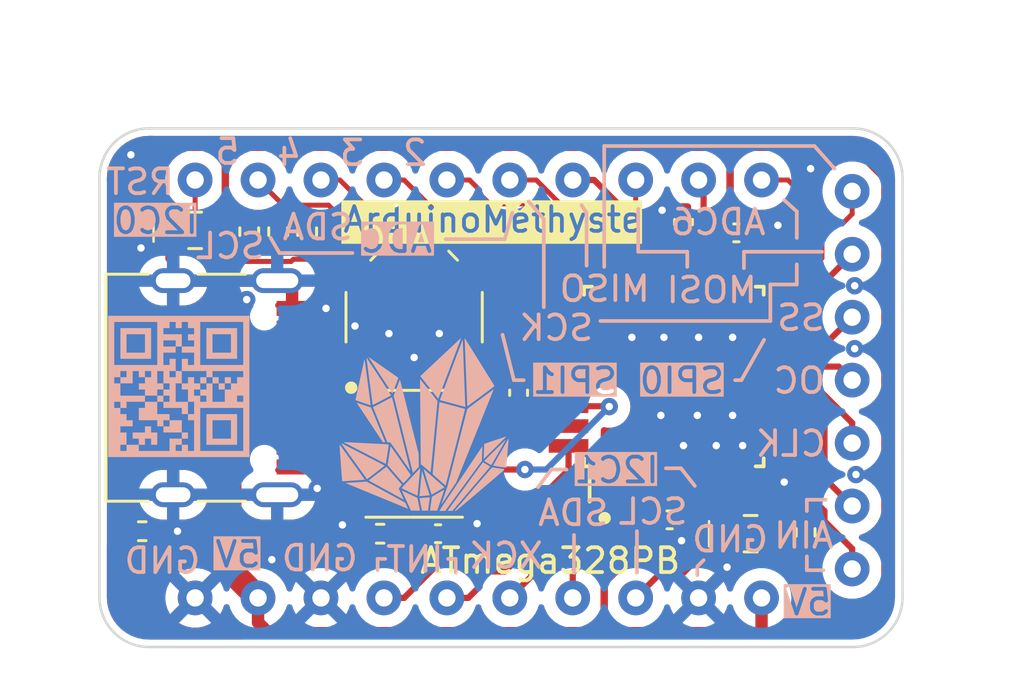
<source format=kicad_pcb>
(kicad_pcb (version 20240108) (generator "pcbnew") (generator_version "8.0")
  (layers (0 "F.Cu" signal) (31 "B.Cu" signal) (34 "B.Paste" user) (35 "F.Paste" user) (36 "B.SilkS" user "B.Silkscreen") (37 "F.SilkS" user "F.Silkscreen") (38 "B.Mask" user) (39 "F.Mask" user) (44 "Edge.Cuts" user))
  (net 0 "")
  (net 1 "+5V")
  (net 2 "GND")
  (net 3 "/V3")
  (net 4 "/AREF")
  (net 5 "/PWR_LED")
  (net 6 "/PD5_LED")
  (net 7 "/SDA1_PE0")
  (net 8 "/SCL1_PE1")
  (net 9 "/ADC6_PE2")
  (net 10 "/PE3_MOSI1")
  (net 11 "/CLK0_PB0")
  (net 12 "/OC1A{slash}PB1")
  (net 13 "/~{SS0}_PB2")
  (net 14 "/MOSI0_PB3")
  (net 15 "/MISO0_PB4")
  (net 16 "/SCK0_PB5")
  (net 17 "/MISO1_PC0")
  (net 18 "/SCK1_PC1")
  (net 19 "/ADC2_PC2")
  (net 20 "/ADC3_PC3")
  (net 21 "/ADC4_PC4")
  (net 22 "/ADC5_PC5")
  (net 23 "/INT0_PD2")
  (net 24 "/INT1_PD3")
  (net 25 "/XCK0_PD4")
  (net 26 "/AIN0_PD6")
  (net 27 "/AIN1_PD7")
  (net 28 "/CC1")
  (net 29 "/USB_D+")
  (net 30 "/USB_D-")
  (net 32 "/CC2")
  (net 34 "/~{RESET}_PC6")
  (net 35 "/~{RESET}_SW")
  (net 36 "/T1_PD5")
  (net 37 "/UART_TXD0")
  (net 38 "/UART_RXD0")
  (footprint "arduinomethyste:CH340N" (layer "F.Cu") (at 184.5056 98.5266)
    (property "Reference" "U2" (hide yes))
    (property "Value" "CH340N")
  )
  (footprint "arduinomethyste:Pin_D0.7mm_L6.5mm_W1.8mm_FlatFork" (layer "F.Cu") (at 183.2864 104.3432)
    (property "Reference" "H17" (hide yes))
    (property "Value" "MountingHole_Pad")
  )
  (footprint "arduinomethyste:Pin_D0.7mm_L6.5mm_W1.8mm_FlatFork" (layer "F.Cu") (at 198.5264 104.3432)
    (property "Reference" "H22" (hide yes))
    (property "Value" "MountingHole_Pad")
  )
  (footprint "Capacitor_SMD:C_0402_1005Metric" (layer "F.Cu") (at 188.722 96.0628 90)
    (property "Reference" "C2" (hide yes))
    (property "Value" "100n")
  )
  (footprint "Capacitor_SMD:C_0805_2012Metric" (layer "F.Cu") (at 198.0844 101.7524)
    (property "Reference" "D2" (hide yes))
    (property "Value" "KT-0805G")
  )
  (footprint "Resistor_SMD:R_0402_1005Metric" (layer "F.Cu") (at 183.134 101.7524 180)
    (property "Reference" "R1" (hide yes))
    (property "Value" "5k1")
  )
  (footprint "Package_QFP:TQFP-32_7x7mm_P0.8mm" (layer "F.Cu") (at 194.9876 95.4084 90)
    (property "Reference" "U1" (hide yes))
    (property "Value" "ATmega328PB-A")
  )
  (footprint "Capacitor_SMD:C_0402_1005Metric" (layer "F.Cu") (at 197.5104 89.6112)
    (property "Reference" "C4" (hide yes))
    (property "Value" "100n")
  )
  (footprint "arduinomethyste:Pin_D0.7mm_L6.5mm_W1.8mm_FlatFork" (layer "F.Cu") (at 202.184 93.0148)
    (property "Reference" "H7" (hide yes))
    (property "Value" "MountingHole_Pad")
  )
  (footprint "arduinomethyste:Pin_D0.7mm_L6.5mm_W1.8mm_FlatFork" (layer "F.Cu") (at 178.2064 104.3432)
    (property "Reference" "H23" (hide yes))
    (property "Value" "MountingHole_Pad")
  )
  (footprint "arduinomethyste:Pin_D0.7mm_L6.5mm_W1.8mm_FlatFork" (layer "F.Cu") (at 198.5264 87.4776)
    (property "Reference" "H10" (hide yes))
    (property "Value" "MountingHole_Pad")
  )
  (footprint "arduinomethyste:Pin_D0.7mm_L6.5mm_W1.8mm_FlatFork" (layer "F.Cu") (at 180.7464 87.4776)
    (property "Reference" "H15" (hide yes))
    (property "Value" "MountingHole_Pad")
  )
  (footprint "arduinomethyste:Pin_D0.7mm_L6.5mm_W1.8mm_FlatFork" (layer "F.Cu") (at 202.184 98.0948)
    (property "Reference" "H5" (hide yes))
    (property "Value" "MountingHole_Pad")
  )
  (footprint "arduinomethyste:Pin_D0.7mm_L6.5mm_W1.8mm_FlatFork" (layer "F.Cu") (at 175.6664 104.3432)
    (property "Reference" "H27" (hide yes))
    (property "Value" "MountingHole_Pad")
  )
  (footprint "Capacitor_SMD:C_0402_1005Metric" (layer "F.Cu") (at 194.818 101.1936 180)
    (property "Reference" "C3" (hide yes))
    (property "Value" "100n")
  )
  (footprint "arduinomethyste:Pin_D0.7mm_L6.5mm_W1.8mm_FlatFork" (layer "F.Cu") (at 195.9864 87.4776)
    (property "Reference" "H3" (hide yes))
    (property "Value" "MountingHole_Pad")
  )
  (footprint "Resistor_SMD:R_0402_1005Metric" (layer "F.Cu") (at 177.8508 89.5604 -90)
    (property "Reference" "R5" (hide yes))
    (property "Value" "330R")
  )
  (footprint "arduinomethyste:Pin_D0.7mm_L6.5mm_W1.8mm_FlatFork" (layer "F.Cu") (at 202.184 103.1748)
    (property "Reference" "H20" (hide yes))
    (property "Value" "MountingHole_Pad")
  )
  (footprint "arduinomethyste:Pin_D0.7mm_L6.5mm_W1.8mm_FlatFork" (layer "F.Cu") (at 202.184 100.6348)
    (property "Reference" "H21" (hide yes))
    (property "Value" "MountingHole_Pad")
  )
  (footprint "arduinomethyste:Pin_D0.7mm_L6.5mm_W1.8mm_FlatFork" (layer "F.Cu") (at 175.6664 87.4776)
    (property "Reference" "H26" (hide yes))
    (property "Value" "MountingHole_Pad")
  )
  (footprint "arduinomethyste:Pin_D0.7mm_L6.5mm_W1.8mm_FlatFork" (layer "F.Cu") (at 202.184 87.9348)
    (property "Reference" "H9" (hide yes))
    (property "Value" "MountingHole_Pad")
  )
  (footprint "arduinomethyste:Pin_D0.7mm_L6.5mm_W1.8mm_FlatFork" (layer "F.Cu") (at 188.3664 87.4776)
    (property "Reference" "H12" (hide yes))
    (property "Value" "MountingHole_Pad")
  )
  (footprint "arduinomethyste:Pin_D0.7mm_L6.5mm_W1.8mm_FlatFork" (layer "F.Cu") (at 202.184 95.5548)
    (property "Reference" "H6" (hide yes))
    (property "Value" "MountingHole_Pad")
  )
  (footprint "Resistor_SMD:R_0402_1005Metric" (layer "F.Cu") (at 179.0192 89.5604 -90)
    (property "Reference" "R4" (hide yes))
    (property "Value" "5k1")
  )
  (footprint "arduinomethyste:Pin_D0.7mm_L6.5mm_W1.8mm_FlatFork" (layer "F.Cu") (at 190.9064 104.3432)
    (property "Reference" "H1" (hide yes))
    (property "Value" "MountingHole_Pad")
  )
  (footprint "arduinomethyste:Pin_D0.7mm_L6.5mm_W1.8mm_FlatFork" (layer "F.Cu") (at 183.2864 87.4776)
    (property "Reference" "H14" (hide yes))
    (property "Value" "MountingHole_Pad")
  )
  (footprint "Resistor_SMD:R_0402_1005Metric" (layer "F.Cu") (at 180.1876 89.5604 -90)
    (property "Reference" "R3" (hide yes))
    (property "Value" "330R")
  )
  (footprint "Capacitor_SMD:C_0805_2012Metric" (layer "F.Cu") (at 175.6664 89.5096)
    (property "Reference" "D1" (hide yes))
    (property "Value" "KT-0805G")
  )
  (footprint "arduinomethyste:Pin_D0.7mm_L6.5mm_W1.8mm_FlatFork" (layer "F.Cu") (at 195.9864 104.3432)
    (property "Reference" "H24" (hide yes))
    (property "Value" "MountingHole_Pad")
  )
  (footprint "arduinomethyste:Pin_D0.7mm_L6.5mm_W1.8mm_FlatFork" (layer "F.Cu") (at 180.7464 104.3432)
    (property "Reference" "H25" (hide yes))
    (property "Value" "MountingHole_Pad")
  )
  (footprint "arduinomethyste:Pin_D0.7mm_L6.5mm_W1.8mm_FlatFork" (layer "F.Cu") (at 188.3664 104.3432)
    (property "Reference" "H19" (hide yes))
    (property "Value" "MountingHole_Pad")
  )
  (footprint "arduinomethyste:Pin_D0.7mm_L6.5mm_W1.8mm_FlatFork" (layer "F.Cu") (at 185.8264 87.4776)
    (property "Reference" "H13" (hide yes))
    (property "Value" "MountingHole_Pad")
  )
  (footprint "Connector_USB:USB_C_Receptacle_G-Switch_GT-USB-7010ASV" (layer "F.Cu") (at 175.8554 95.8596 -90)
    (property "Reference" "J1" (hide yes))
    (property "Value" "USB_C_Receptacle_USB2.0")
  )
  (footprint "Resistor_SMD:R_0402_1005Metric" (layer "F.Cu") (at 173.5328 101.6508)
    (property "Reference" "R2" (hide yes))
    (property "Value" "5k1")
  )
  (footprint "arduinomethyste:Pin_D0.7mm_L6.5mm_W1.8mm_FlatFork" (layer "F.Cu") (at 193.4464 104.3432)
    (property "Reference" "H2" (hide yes))
    (property "Value" "MountingHole_Pad")
  )
  (footprint "arduinomethyste:Pin_D0.7mm_L6.5mm_W1.8mm_FlatFork" (layer "F.Cu") (at 190.9064 87.4776)
    (property "Reference" "H11" (hide yes))
    (property "Value" "MountingHole_Pad")
  )
  (footprint "arduinomethyste:SW_Push_1P1T_XKB_TS-1187A" (layer "F.Cu") (at 184.5056 93.0148)
    (property "Reference" "SW1" (hide yes))
    (property "Value" "TS-1187A-B-A-B")
  )
  (footprint "arduinomethyste:Pin_D0.7mm_L6.5mm_W1.8mm_FlatFork" (layer "F.Cu") (at 178.2064 87.4776)
    (property "Reference" "H16" (hide yes))
    (property "Value" "MountingHole_Pad")
  )
  (footprint "arduinomethyste:Pin_D0.7mm_L6.5mm_W1.8mm_FlatFork" (layer "F.Cu") (at 202.184 90.4748)
    (property "Reference" "H8" (hide yes))
    (property "Value" "MountingHole_Pad")
  )
  (footprint "Resistor_SMD:R_0402_1005Metric" (layer "F.Cu") (at 200.3044 101.6996 -90)
    (property "Reference" "R6" (hide yes))
    (property "Value" "330R")
  )
  (footprint "Capacitor_SMD:C_0402_1005Metric" (layer "F.Cu") (at 195.3768 89.1768 90)
    (property "Reference" "C5" (hide yes))
    (property "Value" "100n")
  )
  (footprint "Capacitor_SMD:C_0402_1005Metric" (layer "F.Cu") (at 185.4708 101.7524)
    (property "Reference" "C1" (hide yes))
    (property "Value" "100n")
  )
  (footprint "arduinomethyste:Pin_D0.7mm_L6.5mm_W1.8mm_FlatFork" (layer "F.Cu") (at 185.8264 104.3432)
    (property "Reference" "H18" (hide yes))
    (property "Value" "MountingHole_Pad")
  )
  (footprint "arduinomethyste:Pin_D0.7mm_L6.5mm_W1.8mm_FlatFork" (layer "F.Cu") (at 193.4464 87.4776)
    (property "Reference" "H4" (hide yes))
    (property "Value" "MountingHole_Pad")
  )
  (footprint "LOGO" (layer "B.Cu") (at 184.912 97.3328 180)
    (property "Reference" "G***" (hide yes))
    (property "Value" "LOGO" (hide yes))
  )
  (footprint "LOGO" (layer "B.Cu") (at 175.006 95.8088 180)
    (property "Reference" "G***" (hide yes))
    (property "Value" "LOGO" (hide yes))
  )
  (gr_line (start 185.8772 102.7684) (end 186.182 102.7684) (stroke (width 0.15)) (layer "B.SilkS"))
  (gr_line (start 191.4652 88.7984) (end 191.262 88.4936) (stroke (width 0.15)) (layer "B.SilkS"))
  (gr_line (start 198.882 93.1672) (end 198.882 91.694) (stroke (width 0.15)) (layer "B.SilkS"))
  (gr_line (start 179.07 90.424) (end 178.7144 89.8144) (stroke (width 0.15)) (layer "B.SilkS"))
  (gr_line (start 192.024 93.1672) (end 198.882 93.1672) (stroke (width 0.15)) (layer "B.SilkS"))
  (gr_line (start 195.5292 90.3732) (end 193.548 90.3732) (stroke (width 0.15)) (layer "B.SilkS"))
  (gr_line (start 188.1632 89.8652) (end 188.468 88.7984) (stroke (width 0.15)) (layer "B.SilkS"))
  (gr_line (start 198.882 91.694) (end 199.9488 91.694) (stroke (width 0.15)) (layer "B.SilkS"))
  (gr_line (start 193.548 90.3732) (end 193.548 88.646) (stroke (width 0.15)) (layer "B.SilkS"))
  (gr_line (start 194.6656 99.1108) (end 195.2752 99.1108) (stroke (width 0.15)) (layer "B.SilkS"))
  (gr_line (start 195.2752 99.1108) (end 195.834 99.822) (stroke (width 0.15)) (layer "B.SilkS"))
  (gr_line (start 192.1764 90.9828) (end 192.1764 86.106) (stroke (width 0.15)) (layer "B.SilkS"))
  (gr_line (start 190.6524 99.1616) (end 190.0428 99.1616) (stroke (width 0.15)) (layer "B.SilkS"))
  (gr_line (start 183.0324 102.7684) (end 183.0324 103.2256) (stroke (width 0.15)) (layer "B.SilkS"))
  (gr_line (start 197.8152 91.0336) (end 197.8152 90.3732) (stroke (width 0.15)) (layer "B.SilkS"))
  (gr_line (start 199.9488 88.7476) (end 199.9488 89.8144) (stroke (width 0.15)) (layer "B.SilkS"))
  (gr_line (start 185.7756 89.8652) (end 188.1632 89.8652) (stroke (width 0.15)) (layer "B.SilkS"))
  (gr_line (start 197.8152 90.3732) (end 200.9648 90.3732) (stroke (width 0.15)) (layer "B.SilkS"))
  (gr_line (start 188.5315 95.5548) (end 188.9252 95.5548) (stroke (width 0.15)) (layer "B.SilkS"))
  (gr_line (start 197.4596 95.5548) (end 197.7136 95.5548) (stroke (width 0.15)) (layer "B.SilkS"))
  (gr_line (start 195.9356 103.0732) (end 195.9356 103.4288) (stroke (width 0.15)) (layer "B.SilkS"))
  (gr_line (start 199.9488 91.694) (end 199.9488 90.8812) (stroke (width 0.15)) (layer "B.SilkS"))
  (gr_line (start 200.3552 103.2256) (end 201.0156 103.2256) (stroke (width 0.15)) (layer "B.SilkS"))
  (gr_line (start 191.4652 90.932) (end 191.4652 88.7984) (stroke (width 0.15)) (layer "B.SilkS"))
  (gr_line (start 200.3552 100.3808) (end 201.1172 100.3808) (stroke (width 0.15)) (layer "B.SilkS"))
  (gr_line (start 200.3552 102.6668) (end 200.3552 103.2256) (stroke (width 0.15)) (layer "B.SilkS"))
  (gr_line (start 197.7136 95.5548) (end 198.628 93.9292) (stroke (width 0.15)) (layer "B.SilkS"))
  (gr_line (start 186.182 102.7684) (end 186.182 103.3272) (stroke (width 0.15)) (layer "B.SilkS"))
  (gr_line (start 196.1896 102.8192) (end 195.9356 103.0732) (stroke (width 0.15)) (layer "B.SilkS"))
  (gr_line (start 200.3552 100.838) (end 200.3552 100.3808) (stroke (width 0.15)) (layer "B.SilkS"))
  (gr_line (start 183.3372 102.7684) (end 183.0324 102.7684) (stroke (width 0.15)) (layer "B.SilkS"))
  (gr_line (start 199.9488 88.7476) (end 199.4408 88.2904) (stroke (width 0.15)) (layer "B.SilkS"))
  (gr_line (start 193.4972 101.6508) (end 193.4972 103.3272) (stroke (width 0.15)) (layer "B.SilkS"))
  (gr_line (start 189.1284 88.3412) (end 189.738 89.0524) (stroke (width 0.15)) (layer "B.SilkS"))
  (gr_line (start 182.0164 90.424) (end 179.07 90.424) (stroke (width 0.15)) (layer "B.SilkS"))
  (gr_line (start 200.66 86.106) (end 201.4728 87.0204) (stroke (width 0.15)) (layer "B.SilkS"))
  (gr_line (start 190.0428 99.1616) (end 189.5094 99.8728) (stroke (width 0.15)) (layer "B.SilkS"))
  (gr_line (start 195.5292 90.9828) (end 195.5292 90.3732) (stroke (width 0.15)) (layer "B.SilkS"))
  (gr_line (start 192.1764 86.106) (end 200.66 86.106) (stroke (width 0.15)) (layer "B.SilkS"))
  (gr_line (start 189.738 89.0524) (end 189.738 92.6084) (stroke (width 0.15)) (layer "B.SilkS"))
  (gr_line (start 190.9572 101.8032) (end 190.9572 103.3272) (stroke (width 0.15)) (layer "B.SilkS"))
  (gr_line (start 188.5315 95.5548) (end 188.0743 93.726) (stroke (width 0.15)) (layer "B.SilkS"))
  (gr_arc (start 202.216 85.3948) (mid 203.630214 85.980586) (end 204.216 87.3948) (stroke (width 0.1)) (layer "Edge.Cuts"))
  (gr_line (start 204.216 87.3948) (end 204.216 104.3244) (stroke (width 0.1)) (layer "Edge.Cuts"))
  (gr_arc (start 204.216 104.3244) (mid 203.630214 105.738614) (end 202.216 106.3244) (stroke (width 0.1)) (layer "Edge.Cuts"))
  (gr_line (start 202.216 106.3244) (end 173.8056 106.3244) (stroke (width 0.1)) (layer "Edge.Cuts"))
  (gr_line (start 173.8056 85.3948) (end 202.216 85.3948) (stroke (width 0.1)) (layer "Edge.Cuts"))
  (gr_arc (start 171.8056 87.3948) (mid 172.391386 85.980586) (end 173.8056 85.3948) (stroke (width 0.1)) (layer "Edge.Cuts"))
  (gr_arc (start 173.8056 106.3244) (mid 172.391386 105.738614) (end 171.8056 104.3244) (stroke (width 0.1)) (layer "Edge.Cuts"))
  (gr_line (start 171.8056 104.3244) (end 171.8056 87.3948) (stroke (width 0.1)) (layer "Edge.Cuts"))
  (gr_text "OC" (at 201.168 96.1644 0) (layer "B.SilkS") (effects (font (size 1 1) (thickness 0.153)) (justify left bottom mirror)))
  (gr_text "3" (at 182.5752 86.9696 0) (layer "B.SilkS") (effects (font (size 1 1) (thickness 0.153)) (justify left bottom mirror)))
  (gr_text "XCK" (at 189.7888 103.2256 0) (layer "B.SilkS") (effects (font (size 1 1) (thickness 0.153)) (justify left bottom mirror)))
  (gr_text "5" (at 177.546 86.9188 0) (layer "B.SilkS") (effects (font (size 1 1) (thickness 0.153)) (justify left bottom mirror)))
  (gr_text "MOSI" (at 198.4248 92.5068 0) (layer "B.SilkS") (effects (font (size 1 1) (thickness 0.153)) (justify left bottom mirror)))
  (gr_text "SCK" (at 191.8208 94.0308 0) (layer "B.SilkS") (effects (font (size 1 1) (thickness 0.153)) (justify left bottom mirror)))
  (gr_text "GND" (at 182.3212 103.3272 0) (layer "B.SilkS") (effects (font (size 1 1) (thickness 0.153)) (justify left bottom mirror)))
  (gr_text "SS" (at 201.168 93.6244 0) (layer "B.SilkS") (effects (font (size 1 1) (thickness 0.153)) (justify left bottom mirror)))
  (gr_text "I2C0" (at 175.8696 89.7128 0) (layer "B.SilkS" knockout) (effects (font (size 1 1) (thickness 0.153)) (justify left bottom mirror)))
  (gr_text "SDA" (at 182.118 89.9668 0) (layer "B.SilkS") (effects (font (size 1 1) (thickness 0.153)) (justify left bottom mirror)))
  (gr_text "INT" (at 185.7756 103.378 0) (layer "B.SilkS") (effects (font (size 1 1) (thickness 0.153)) (justify left bottom mirror)))
  (gr_text "4" (at 180.0352 86.9696 0) (layer "B.SilkS") (effects (font (size 1 1) (thickness 0.153)) (justify left bottom mirror)))
  (gr_text "SDA" (at 192.4304 101.4984 0) (layer "B.SilkS") (effects (font (size 1 1) (thickness 0.153)) (justify left bottom mirror)))
  (gr_text "2" (at 185.1152 86.9696 0) (layer "B.SilkS") (effects (font (size 1 1) (thickness 0.153)) (justify left bottom mirror)))
  (gr_text "ADC6" (at 198.7804 89.7636 0) (layer "B.SilkS") (effects (font (size 1 1) (thickness 0.153)) (justify left bottom mirror)))
  (gr_text "ADC" (at 185.3184 90.4748 0) (layer "B.SilkS" knockout) (effects (font (size 1 1) (thickness 0.153)) (justify left bottom mirror)))
  (gr_text "5V" (at 178.4096 103.1748 0) (layer "B.SilkS" knockout) (effects (font (size 1 1) (thickness 0.153)) (justify left bottom mirror)))
  (gr_text "MISO" (at 194.1068 92.456 0) (layer "B.SilkS") (effects (font (size 1 1) (thickness 0.153)) (justify left bottom mirror)))
  (gr_text "CLK" (at 201.2188 98.7044 0) (layer "B.SilkS") (effects (font (size 1 1) (thickness 0.153)) (justify left bottom mirror)))
  (gr_text "GND" (at 198.882 102.5652 0) (layer "B.SilkS") (effects (font (size 1 1) (thickness 0.153)) (justify left bottom mirror)))
  (gr_text "SCL" (at 178.562 90.7288 0) (layer "B.SilkS") (effects (font (size 1 1) (thickness 0.153)) (justify left bottom mirror)))
  (gr_text "RST" (at 174.9044 88.138 0) (layer "B.SilkS") (effects (font (size 1 1) (thickness 0.153)) (justify left bottom mirror)))
  (gr_text "SCL" (at 195.6308 101.4476 0) (layer "B.SilkS") (effects (font (size 1 1) (thickness 0.153)) (justify left bottom mirror)))
  (gr_text "SPI1" (at 192.786 96.1644 0) (layer "B.SilkS" knockout) (effects (font (size 1 1) (thickness 0.153)) (justify left bottom mirror)))
  (gr_text "AIN" (at 201.5236 102.4128 0) (layer "B.SilkS") (effects (font (size 1 1) (thickness 0.153)) (justify left bottom mirror)))
  (gr_text "5V" (at 201.422 105.1052 0) (layer "B.SilkS" knockout) (effects (font (size 1 1) (thickness 0.153)) (justify left bottom mirror)))
  (gr_text "I2C1" (at 194.4624 99.7712 0) (layer "B.SilkS" knockout) (effects (font (size 1 1) (thickness 0.153)) (justify left bottom mirror)))
  (gr_text "SPI0" (at 197.104 96.1644 0) (layer "B.SilkS" knockout) (effects (font (size 1 1) (thickness 0.153)) (justify left bottom mirror)))
  (gr_text "GND" (at 175.9712 103.4288 0) (layer "B.SilkS") (effects (font (size 1 1) (thickness 0.153)) (justify left bottom mirror)))
  (gr_text "ArduinoMéthyste" (at 181.5592 89.662 0) (layer "F.SilkS" knockout) (effects (font (size 1 1) (thickness 0.153)) (justify left bottom)))
  (gr_text "ATmega328PB" (at 184.658 103.4288 0) (layer "F.SilkS") (effects (font (size 1 1) (thickness 0.153)) (justify left bottom)))
  (segment (start 201.8284 105.7656) (end 198.4756 105.7656) (width 0.5) (layer "F.Cu") (net 1))
  (segment (start 177.038 103.1748) (end 178.2064 104.3432) (width 1) (layer "F.Cu") (net 1))
  (segment (start 174.1424 93.6752) (end 172.5168 92.0496) (width 0.5) (layer "F.Cu") (net 1))
  (segment (start 176.8856 86.0552) (end 197.2564 86.0552) (width 0.5) (layer "F.Cu") (net 1))
  (segment (start 203.6064 103.9876) (end 201.8284 105.7656) (width 0.5) (layer "F.Cu") (net 1))
  (segment (start 176.9364 93.6752) (end 174.1424 93.6752) (width 0.5) (layer "F.Cu") (net 1))
  (segment (start 194.338 101.9784) (end 193.4972 102.8192) (width 0.3) (layer "F.Cu") (net 1))
  (segment (start 193.0908 102.8192) (end 192.1764 103.7336) (width 0.3) (layer "F.Cu") (net 1))
  (segment (start 177.8508 89.0504) (end 179.0192 89.0504) (width 0.3) (layer "F.Cu") (net 1))
  (segment (start 178.9684 93.6752) (end 178.1556 93.6752) (width 0.25) (layer "F.Cu") (net 1))
  (segment (start 202.2856 86.0552) (end 203.6064 87.376) (width 0.5) (layer "F.Cu") (net 1))
  (segment (start 194.5876 100.944) (end 194.5876 99.6584) (width 0.4) (layer "F.Cu") (net 1))
  (segment (start 197.2564 86.0552) (end 202.2856 86.0552) (width 0.5) (layer "F.Cu") (net 1))
  (segment (start 198.4756 105.7656) (end 192.1256 105.7656) (width 0.5) (layer "F.Cu") (net 1))
  (segment (start 177.9524 97.6884) (end 177.546 97.6884) (width 1) (layer "F.Cu") (net 1))
  (segment (start 179.5804 98.2596) (end 179.184 98.2596) (width 0.25) (layer "F.Cu") (net 1))
  (segment (start 177.5968 93.6752) (end 178.1556 93.6752) (width 0.3) (layer "F.Cu") (net 1))
  (segment (start 179.9336 101.7524) (end 181.0512 102.87) (width 0.3) (layer "F.Cu") (net 1))
  (segment (start 184.9908 100.7592) (end 185.3184 100.4316) (width 0.3) (layer "F.Cu") (net 1))
  (segment (start 197.0304 89.6112) (end 197.0304 88.618) (width 0.3) (layer "F.Cu") (net 1))
  (segment (start 196.9876 89.654) (end 197.0304 89.6112) (width 0.3) (layer "F.Cu") (net 1))
  (segment (start 197.0304 88.618) (end 197.2564 88.392) (width 0.3) (layer "F.Cu") (net 1))
  (segment (start 177.038 101.7524) (end 179.9336 101.7524) (width 0.3) (layer "F.Cu") (net 1))
  (segment (start 185.3184 100.4316) (end 187.1306 100.4316) (width 0.3) (layer "F.Cu") (net 1))
  (segment (start 181.0512 102.87) (end 184.3024 102.87) (width 0.3) (layer "F.Cu") (net 1))
  (segment (start 184.3024 102.87) (end 184.9908 102.1816) (width 0.3) (layer "F.Cu") (net 1))
  (segment (start 176.8856 88.0852) (end 177.8508 89.0504) (width 0.3) (layer "F.Cu") (net 1))
  (segment (start 176.9364 93.6752) (end 177.5968 93.6752) (width 0.5) (layer "F.Cu") (net 1))
  (segment (start 192.1764 105.7148) (end 192.1256 105.7656) (width 0.3) (layer "F.Cu") (net 1))
  (segment (start 179.184 93.4596) (end 178.9684 93.6752) (width 0.25) (layer "F.Cu") (net 1))
  (segment (start 184.9908 101.7524) (end 184.9908 100.7592) (width 0.3) (layer "F.Cu") (net 1))
  (segment (start 179.5804 98.2596) (end 179.4664 98.1456) (width 0.25) (layer "F.Cu") (net 1))
  (segment (start 197.2564 88.392) (end 197.2564 86.0552) (width 0.3) (layer "F.Cu") (net 1))
  (segment (start 184.9908 102.1816) (end 184.9908 101.7524) (width 0.3) (layer "F.Cu") (net 1))
  (segment (start 176.8856 86.0552) (end 176.8856 88.0852) (width 0.3) (layer "F.Cu") (net 1))
  (segment (start 198.4756 105.7656) (end 198.5264 105.7148) (width 0.5) (layer "F.Cu") (net 1))
  (segment (start 192.1256 105.7656) (end 178.6382 105.7656) (width 0.5) (layer "F.Cu") (net 1))
  (segment (start 177.038 98.1964) (end 177.038 101.7524) (width 1) (layer "F.Cu") (net 1))
  (segment (start 179.184 98.2596) (end 178.9684 98.044) (width 0.25) (layer "F.Cu") (net 1))
  (segment (start 196.9876 91.1584) (end 196.9876 89.654) (width 0.3) (layer "F.Cu") (net 1))
  (segment (start 178.6382 105.7656) (end 178.2064 105.3338) (width 0.5) (layer "F.Cu") (net 1))
  (segment (start 198.5264 105.7148) (end 198.5264 104.3432) (width 0.5) (layer "F.Cu") (net 1))
  (segment (start 203.6064 87.376) (end 203.6064 103.9876) (width 0.5) (layer "F.Cu") (net 1))
  (segment (start 178.816 98.044) (end 178.4604 97.6884) (width 0.3) (layer "F.Cu") (net 1))
  (segment (start 177.038 101.7524) (end 177.038 103.1748) (width 1) (layer "F.Cu") (net 1))
  (segment (start 192.1764 103.7336) (end 192.1764 105.7148) (width 0.3) (layer "F.Cu") (net 1))
  (segment (start 193.4972 102.8192) (end 193.0908 102.8192) (width 0.3) (layer "F.Cu") (net 1))
  (segment (start 194.338 101.1936) (end 194.338 101.9784) (width 0.3) (layer "F.Cu") (net 1))
  (segment (start 174.9552 86.0552) (end 176.8856 86.0552) (width 0.5) (layer "F.Cu") (net 1))
  (segment (start 178.2064 105.3338) (end 178.2064 104.3432) (width 0.5) (layer "F.Cu") (net 1))
  (segment (start 178.9684 98.044) (end 178.816 98.044) (width 0.25) (layer "F.Cu") (net 1))
  (segment (start 179.4664 98.1456) (end 179.2224 98.1456) (width 0.25) (layer "F.Cu") (net 1))
  (segment (start 172.5168 92.0496) (end 172.5168 88.4936) (width 0.5) (layer "F.Cu") (net 1))
  (segment (start 172.5168 88.4936) (end 174.9552 86.0552) (width 0.5) (layer "F.Cu") (net 1))
  (segment (start 178.4604 97.6884) (end 177.9524 97.6884) (width 0.4) (layer "F.Cu") (net 1))
  (segment (start 177.546 97.6884) (end 177.038 98.1964) (width 1) (layer "F.Cu") (net 1))
  (segment (start 194.338 101.1936) (end 194.5876 100.944) (width 0.4) (layer "F.Cu") (net 1))
  (segment (start 179.5804 93.4596) (end 179.184 93.4596) (width 0.25) (layer "F.Cu") (net 1))
  (segment (start 194.5876 93.8276) (end 194.5876 91.1584) (width 0.4) (layer "F.Cu") (net 2))
  (segment (start 199.1868 89.3064) (end 198.882 89.6112) (width 0.4) (layer "F.Cu") (net 2))
  (segment (start 188.722 95.5828) (end 188.1986 95.5828) (width 0.4) (layer "F.Cu") (net 2))
  (segment (start 173.8376 89.5096) (end 174.7164 89.5096) (width 0.4) (layer "F.Cu") (net 2))
  (segment (start 196.9876 99.6584) (end 196.9876 98.4864) (width 0.4) (layer "F.Cu") (net 2))
  (segment (start 196.9876 98.4864) (end 196.6976 98.1964) (width 0.4) (layer "F.Cu") (net 2))
  (segment (start 179.5804 99.0596) (end 180.5428 99.0596) (width 0.4) (layer "F.Cu") (net 2))
  (segment (start 180.5428 99.0596) (end 180.6448 99.1616) (width 0.4) (layer "F.Cu") (net 2))
  (segment (start 185.5216 93.6752) (end 186.7362 94.8898) (width 0.4) (layer "F.Cu") (net 2))
  (segment (start 186.7362 94.8898) (end 187.5056 94.8898) (width 0.4) (layer "F.Cu") (net 2))
  (segment (start 180.9496 92.6596) (end 179.5804 92.6596) (width 0.4) (layer "F.Cu") (net 2))
  (segment (start 180.6448 99.1616) (end 181.8806 99.1616) (width 0.4) (layer "F.Cu") (net 2))
  (segment (start 197.1344 103.1036) (end 197.1344 101.7524) (width 0.4) (layer "F.Cu") (net 2))
  (segment (start 195.3768 88.6968) (end 194.5132 88.6968) (width 0.4) (layer "F.Cu") (net 2))
  (segment (start 197.7876 98.2196) (end 197.7644 98.1964) (width 0.4) (layer "F.Cu") (net 2))
  (segment (start 173.482 90.2208) (end 173.482 89.8652) (width 0.4) (layer "F.Cu") (net 2))
  (segment (start 180.594 99.9236) (end 180.6448 99.8728) (width 0.4) (layer "F.Cu") (net 2))
  (segment (start 173.482 89.8652) (end 173.8376 89.5096) (width 0.4) (layer "F.Cu") (net 2))
  (segment (start 174.0428 101.6508) (end 174.9552 101.6508) (width 0.4) (layer "F.Cu") (net 2))
  (segment (start 197.7876 99.6584) (end 197.7876 98.2196) (width 0.4) (layer "F.Cu") (net 2))
  (segment (start 195.3876 99.6584) (end 195.3876 98.2072) (width 0.4) (layer "F.Cu") (net 2))
  (segment (start 195.298 102.0344) (end 195.298 101.1936) (width 0.4) (layer "F.Cu") (net 2))
  (segment (start 198.882 89.6112) (end 197.9904 89.6112) (width 0.4) (layer "F.Cu") (net 2))
  (segment (start 195.3876 98.2072) (end 195.3768 98.1964) (width 0.4) (layer "F.Cu") (net 2))
  (segment (start 181.9656 101.7524) (end 181.61 101.3968) (width 0.4) (layer "F.Cu") (net 2))
  (segment (start 183.4896 93.6752) (end 182.275 94.8898) (width 0.4) (layer "F.Cu") (net 2))
  (segment (start 180.6448 99.8728) (end 180.6448 99.1616) (width 0.4) (layer "F.Cu") (net 2))
  (segment (start 182.624 101.7524) (end 181.9656 101.7524) (width 0.4) (layer "F.Cu") (net 2))
  (segment (start 188.1986 95.5828) (end 187.5056 94.8898) (width 0.4) (layer "F.Cu") (net 2))
  (segment (start 182.275 94.8898) (end 181.5056 94.8898) (width 0.4) (layer "F.Cu") (net 2))
  (segment (start 186.6392 101.7524) (end 185.9508 101.7524) (width 0.4) (layer "F.Cu") (net 2))
  (segment (start 187.0456 101.346) (end 186.6392 101.7524) (width 0.4) (layer "F.Cu") (net 2))
  (via (at 183.4896 93.6752) (size 0.7) (drill 0.3) (layers "F.Cu" "B.Cu") (net 2))
  (via (at 173.482 90.2208) (size 0.7) (drill 0.3) (layers "F.Cu" "B.Cu") (net 2))
  (via (at 197.358 96.9772) (size 0.7) (drill 0.3) (layers "F.Cu" "B.Cu") (net 2))
  (via (at 199.4408 99.6696) (size 0.7) (drill 0.3) (layers "F.Cu" "B.Cu") (net 2))
  (via (at 193.294 93.8276) (size 0.7) (drill 0.3) (layers "F.Cu" "B.Cu") (net 2))
  (via (at 197.1344 103.1036) (size 0.7) (drill 0.3) (layers "F.Cu" "B.Cu") (net 2))
  (via (at 202.2856 94.2848) (size 0.7) (drill 0.3) (layers "F.Cu" "B.Cu") (net 2))
  (via (at 202.2856 91.7448) (size 0.7) (drill 0.3) (layers "F.Cu" "B.Cu") (net 2))
  (via (at 173.0756 86.4616) (size 0.7) (drill 0.3) (layers "F.Cu" "B.Cu") (net 2))
  (via (at 184.5056 94.6404) (size 0.7) (drill 0.3) (layers "F.Cu" "B.Cu") (net 2))
  (via (at 177.7492 92.3036) (size 0.7) (drill 0.3) (layers "F.Cu" "B.Cu") (net 2))
  (via (at 197.358 93.8276) (size 0.7) (drill 0.3) (layers "F.Cu" "B.Cu") (net 2))
  (via (at 194.5876 93.8276) (size 0.7) (drill 0.3) (layers "F.Cu" "B.Cu") (net 2))
  (via (at 180.594 99.9236) (size 0.7) (drill 0.3) (layers "F.Cu" "B.Cu") (net 2))
  (via (at 195.3768 98.1964) (size 0.7) (drill 0.3) (layers "F.Cu" "B.Cu") (net 2))
  (via (at 194.5132 88.6968) (size 0.7) (drill 0.3) (layers "F.Cu" "B.Cu") (net 2))
  (via (at 182.118 93.3704) (size 0.7) (drill 0.3) (layers "F.Cu" "B.Cu") (net 2))
  (via (at 178.763065 102.799509) (size 0.7) (drill 0.3) (layers "F.Cu" "B.Cu") (net 2))
  (via (at 195.9864 93.8276) (size 0.7) (drill 0.3) (layers "F.Cu" "B.Cu") (net 2))
  (via (at 181.61 101.3968) (size 0.7) (drill 0.3) (layers "F.Cu" "B.Cu") (net 2))
  (via (at 194.4624 96.9772) (size 0.7) (drill 0.3) (layers "F.Cu" "B.Cu") (net 2))
  (via (at 199.1868 89.3064) (size 0.7) (drill 0.3) (layers "F.Cu" "B.Cu") (net 2))
  (via (at 180.9496 92.6596) (size 0.7) (drill 0.3) (layers "F.Cu" "B.Cu") (net 2))
  (via (at 196.6976 98.1964) (size 0.7) (drill 0.3) (layers "F.Cu" "B.Cu") (net 2))
  (via (at 195.9356 96.9772) (size 0.7) (drill 0.3) (layers "F.Cu" "B.Cu") (net 2))
  (via (at 187.0456 101.346) (size 0.7) (drill 0.3) (layers "F.Cu" "B.Cu") (net 2))
  (via (at 200.5076 87.0204) (size 0.7) (drill 0.3) (layers "F.Cu" "B.Cu") (net 2))
  (via (at 195.298 102.0344) (size 0.7) (drill 0.3) (layers "F.Cu" "B.Cu") (net 2))
  (via (at 174.9552 101.6508) (size 0.7) (drill 0.3) (layers "F.Cu" "B.Cu") (net 2))
  (via (at 185.5216 93.6752) (size 0.7) (drill 0.3) (layers "F.Cu" "B.Cu") (net 2))
  (via (at 197.7644 98.1964) (size 0.7) (drill 0.3) (layers "F.Cu" "B.Cu") (net 2))
  (via (at 202.3364 99.3648) (size 0.7) (drill 0.3) (layers "F.Cu" "B.Cu") (net 2))
  (segment (start 187.2094 96.5428) (end 187.1306 96.6216) (width 0.4) (layer "F.Cu") (net 3))
  (segment (start 188.722 96.5428) (end 188.2928 96.5428) (width 0.4) (layer "F.Cu") (net 3))
  (segment (start 188.2928 96.5428) (end 188.214 96.6216) (width 0.4) (layer "F.Cu") (net 3))
  (segment (start 188.214 96.6216) (end 187.1306 96.6216) (width 0.4) (layer "F.Cu") (net 3))
  (segment (start 195.3876 89.6676) (end 195.3768 89.6568) (width 0.3) (layer "F.Cu") (net 4))
  (segment (start 195.3876 91.1584) (end 195.3876 89.6676) (width 0.3) (layer "F.Cu") (net 4))
  (segment (start 177.802 90.0704) (end 177.2412 89.5096) (width 0.3) (layer "F.Cu") (net 5))
  (segment (start 177.2412 89.5096) (end 176.6164 89.5096) (width 0.3) (layer "F.Cu") (net 5))
  (segment (start 177.8508 90.0704) (end 177.802 90.0704) (width 0.3) (layer "F.Cu") (net 5))
  (segment (start 199.0344 102.7684) (end 199.0344 101.7524) (width 0.4) (layer "F.Cu") (net 6))
  (segment (start 200.3044 102.2096) (end 200.3044 103.0224) (width 0.4) (layer "F.Cu") (net 6))
  (segment (start 200.3044 103.0224) (end 200.0504 103.2764) (width 0.4) (layer "F.Cu") (net 6))
  (segment (start 199.5424 103.2764) (end 199.0344 102.7684) (width 0.4) (layer "F.Cu") (net 6))
  (segment (start 200.0504 103.2764) (end 199.5424 103.2764) (width 0.4) (layer "F.Cu") (net 6))
  (segment (start 193.548 101.2952) (end 192.9892 101.854) (width 0.25) (layer "F.Cu") (net 7))
  (segment (start 190.9064 103.3272) (end 190.9064 104.3432) (width 0.25) (layer "F.Cu") (net 7))
  (segment (start 193.7876 100.6492) (end 193.548 100.8888) (width 0.25) (layer "F.Cu") (net 7))
  (segment (start 192.9892 101.854) (end 192.3796 101.854) (width 0.25) (layer "F.Cu") (net 7))
  (segment (start 193.7876 99.6584) (end 193.7876 100.6492) (width 0.25) (layer "F.Cu") (net 7))
  (segment (start 193.548 100.8888) (end 193.548 101.2952) (width 0.25) (layer "F.Cu") (net 7))
  (segment (start 192.3796 101.854) (end 190.9064 103.3272) (width 0.25) (layer "F.Cu") (net 7))
  (segment (start 196.1876 99.6584) (end 196.1876 100.9924) (width 0.25) (layer "F.Cu") (net 8))
  (segment (start 194.4624 103.3272) (end 193.4464 104.3432) (width 0.25) (layer "F.Cu") (net 8))
  (segment (start 196.088 102.616) (end 195.3768 103.3272) (width 0.25) (layer "F.Cu") (net 8))
  (segment (start 196.088 101.092) (end 196.088 102.616) (width 0.25) (layer "F.Cu") (net 8))
  (segment (start 195.3768 103.3272) (end 194.4624 103.3272) (width 0.25) (layer "F.Cu") (net 8))
  (segment (start 196.1876 100.9924) (end 196.088 101.092) (width 0.25) (layer "F.Cu") (net 8))
  (segment (start 196.1876 91.1584) (end 196.1876 87.6788) (width 0.25) (layer "F.Cu") (net 9))
  (segment (start 196.1876 87.6788) (end 195.9864 87.4776) (width 0.25) (layer "F.Cu") (net 9))
  (segment (start 193.7876 89.1396) (end 193.4464 88.7984) (width 0.2) (layer "F.Cu") (net 10))
  (segment (start 193.4464 88.7984) (end 193.4464 87.4776) (width 0.2) (layer "F.Cu") (net 10))
  (segment (start 193.7876 91.1584) (end 193.7876 89.1396) (width 0.2) (layer "F.Cu") (net 10))
  (segment (start 199.2376 95.8084) (end 200.7104 95.8084) (width 0.25) (layer "F.Cu") (net 11))
  (segment (start 200.7104 95.8084) (end 202.184 97.282) (width 0.25) (layer "F.Cu") (net 11))
  (segment (start 202.184 97.282) (end 202.184 98.0948) (width 0.25) (layer "F.Cu") (net 11))
  (segment (start 199.2376 95.0084) (end 201.6376 95.0084) (width 0.25) (layer "F.Cu") (net 12))
  (segment (start 201.6376 95.0084) (end 202.184 95.5548) (width 0.25) (layer "F.Cu") (net 12))
  (segment (start 199.2376 94.2084) (end 200.9904 94.2084) (width 0.25) (layer "F.Cu") (net 13))
  (segment (start 200.9904 94.2084) (end 202.184 93.0148) (width 0.25) (layer "F.Cu") (net 13))
  (segment (start 200.7108 91.948) (end 202.184 90.4748) (width 0.25) (layer "F.Cu") (net 14))
  (segment (start 200.2156 93.4084) (end 200.7108 92.9132) (width 0.25) (layer "F.Cu") (net 14))
  (segment (start 199.2376 93.4084) (end 200.2156 93.4084) (width 0.25) (layer "F.Cu") (net 14))
  (segment (start 200.7108 92.9132) (end 200.7108 91.948) (width 0.25) (layer "F.Cu") (net 14))
  (segment (start 199.2376 92.6084) (end 199.2376 92.3544) (width 0.2) (layer "F.Cu") (net 15))
  (segment (start 201.7776 89.2556) (end 202.184 88.8492) (width 0.2) (layer "F.Cu") (net 15))
  (segment (start 201.3204 89.2556) (end 201.7776 89.2556) (width 0.2) (layer "F.Cu") (net 15))
  (segment (start 202.184 88.8492) (end 202.184 87.9348) (width 0.2) (layer "F.Cu") (net 15))
  (segment (start 200.9648 90.6272) (end 200.9648 89.6112) (width 0.2) (layer "F.Cu") (net 15))
  (segment (start 199.2376 92.3544) (end 200.9648 90.6272) (width 0.2) (layer "F.Cu") (net 15))
  (segment (start 200.9648 89.6112) (end 201.3204 89.2556) (width 0.2) (layer "F.Cu") (net 15))
  (segment (start 200.1012 89.662) (end 200.1012 87.9856) (width 0.2) (layer "F.Cu") (net 16))
  (segment (start 199.5932 87.4776) (end 198.5264 87.4776) (width 0.2) (layer "F.Cu") (net 16))
  (segment (start 198.6048 91.1584) (end 200.1012 89.662) (width 0.2) (layer "F.Cu") (net 16))
  (segment (start 200.1012 87.9856) (end 199.5932 87.4776) (width 0.2) (layer "F.Cu") (net 16))
  (segment (start 197.7876 91.1584) (end 198.6048 91.1584) (width 0.2) (layer "F.Cu") (net 16))
  (segment (start 192.6844 88.8492) (end 192.6844 88.392) (width 0.25) (layer "F.Cu") (net 17))
  (segment (start 191.77 87.4776) (end 190.9064 87.4776) (width 0.25) (layer "F.Cu") (net 17))
  (segment (start 192.9876 89.1524) (end 192.6844 88.8492) (width 0.25) (layer "F.Cu") (net 17))
  (segment (start 192.9876 91.1584) (end 192.9876 89.1524) (width 0.25) (layer "F.Cu") (net 17))
  (segment (start 192.6844 88.392) (end 191.77 87.4776) (width 0.25) (layer "F.Cu") (net 17))
  (segment (start 189.4332 87.4776) (end 188.3664 87.4776) (width 0.2) (layer "F.Cu") (net 18))
  (segment (start 192.1876 89.1652) (end 191.516 88.4936) (width 0.2) (layer "F.Cu") (net 18))
  (segment (start 190.4492 88.4936) (end 189.4332 87.4776) (width 0.2) (layer "F.Cu") (net 18))
  (segment (start 192.1876 91.1584) (end 192.1876 89.1652) (width 0.2) (layer "F.Cu") (net 18))
  (segment (start 191.516 88.4936) (end 190.4492 88.4936) (width 0.2) (layer "F.Cu") (net 18))
  (segment (start 190.7376 92.6084) (end 190.7376 92.2692) (width 0.2) (layer "F.Cu") (net 19))
  (segment (start 191.2112 92.1004) (end 191.4652 91.8464) (width 0.2) (layer "F.Cu") (net 19))
  (segment (start 191.4652 91.8464) (end 191.4652 90.1192) (width 0.2) (layer "F.Cu") (net 19))
  (segment (start 190.9064 92.1004) (end 191.2112 92.1004) (width 0.2) (layer "F.Cu") (net 19))
  (segment (start 191.4652 90.1192) (end 191.5668 90.0176) (width 0.2) (layer "F.Cu") (net 19))
  (segment (start 189.6364 88.4428) (end 187.5536 88.4428) (width 0.2) (layer "F.Cu") (net 19))
  (segment (start 191.5668 90.0176) (end 191.5668 89.4588) (width 0.2) (layer "F.Cu") (net 19))
  (segment (start 191.1096 89.0016) (end 190.1952 89.0016) (width 0.2) (layer "F.Cu") (net 19))
  (segment (start 187.1472 87.884) (end 186.7408 87.4776) (width 0.2) (layer "F.Cu") (net 19))
  (segment (start 190.1952 89.0016) (end 189.6364 88.4428) (width 0.2) (layer "F.Cu") (net 19))
  (segment (start 191.5668 89.4588) (end 191.1096 89.0016) (width 0.2) (layer "F.Cu") (net 19))
  (segment (start 186.7408 87.4776) (end 185.8264 87.4776) (width 0.2) (layer "F.Cu") (net 19))
  (segment (start 187.5536 88.4428) (end 187.1472 88.0364) (width 0.2) (layer "F.Cu") (net 19))
  (segment (start 187.1472 88.0364) (end 187.1472 87.884) (width 0.2) (layer "F.Cu") (net 19))
  (segment (start 190.7376 92.2692) (end 190.9064 92.1004) (width 0.2) (layer "F.Cu") (net 19))
  (segment (start 189.5348 93.1164) (end 189.5348 92.3036) (width 0.2) (layer "F.Cu") (net 20))
  (segment (start 190.7032 89.7128) (end 190.5508 89.5604) (width 0.2) (layer "F.Cu") (net 20))
  (segment (start 189.5348 92.3036) (end 189.8904 91.948) (width 0.2) (layer "F.Cu") (net 20))
  (segment (start 190.5508 89.5604) (end 189.992 89.5604) (width 0.2) (layer "F.Cu") (net 20))
  (segment (start 186.6392 88.5952) (end 185.2168 88.5952) (width 0.2) (layer "F.Cu") (net 20))
  (segment (start 185.2168 88.5952) (end 184.0992 87.4776) (width 0.2) (layer "F.Cu") (net 20))
  (segment (start 189.3316 88.9) (end 186.944 88.9) (width 0.2) (layer "F.Cu") (net 20))
  (segment (start 186.944 88.9) (end 186.6392 88.5952) (width 0.2) (layer "F.Cu") (net 20))
  (segment (start 189.8268 93.4084) (end 189.5348 93.1164) (width 0.2) (layer "F.Cu") (net 20))
  (segment (start 189.8904 91.948) (end 190.3984 91.948) (width 0.2) (layer "F.Cu") (net 20))
  (segment (start 190.7032 91.6432) (end 190.7032 89.7128) (width 0.2) (layer "F.Cu") (net 20))
  (segment (start 189.992 89.5604) (end 189.3316 88.9) (width 0.2) (layer "F.Cu") (net 20))
  (segment (start 190.3984 91.948) (end 190.7032 91.6432) (width 0.2) (layer "F.Cu") (net 20))
  (segment (start 190.7376 93.4084) (end 189.8268 93.4084) (width 0.2) (layer "F.Cu") (net 20))
  (segment (start 184.0992 87.4776) (end 183.2864 87.4776) (width 0.2) (layer "F.Cu") (net 20))
  (segment (start 188.8236 92.4052) (end 189.992 91.2368) (width 0.2) (layer "F.Cu") (net 21))
  (segment (start 189.992 90.4748) (end 188.9252 89.408) (width 0.2) (layer "F.Cu") (net 21))
  (segment (start 188.8236 93.218) (end 188.8236 92.4052) (width 0.2) (layer "F.Cu") (net 21))
  (segment (start 190.7376 94.2084) (end 189.814 94.2084) (width 0.2) (layer "F.Cu") (net 21))
  (segment (start 181.5084 87.4776) (end 180.7464 87.4776) (width 0.2) (layer "F.Cu") (net 21))
  (segment (start 182.7784 88.7476) (end 181.5084 87.4776) (width 0.2) (layer "F.Cu") (net 21))
  (segment (start 189.992 91.2368) (end 189.992 90.4748) (width 0.2) (layer "F.Cu") (net 21))
  (segment (start 184.3024 88.7476) (end 182.7784 88.7476) (width 0.2) (layer "F.Cu") (net 21))
  (segment (start 184.9628 89.408) (end 184.3024 88.7476) (width 0.2) (layer "F.Cu") (net 21))
  (segment (start 189.814 94.2084) (end 188.8236 93.218) (width 0.2) (layer "F.Cu") (net 21))
  (segment (start 188.9252 89.408) (end 184.9628 89.408) (width 0.2) (layer "F.Cu") (net 21))
  (segment (start 181.0512 88.4936) (end 179.2224 88.4936) (width 0.2) (layer "F.Cu") (net 22))
  (segment (start 188.0616 93.6752) (end 187.96 93.5736) (width 0.2) (layer "F.Cu") (net 22))
  (segment (start 188.468 93.6752) (end 188.0616 93.6752) (width 0.2) (layer "F.Cu") (net 22))
  (segment (start 188.8236 94.3864) (end 188.8236 94.0308) (width 0.2) (layer "F.Cu") (net 22))
  (segment (start 183.642 89.5604) (end 182.118 89.5604) (width 0.2) (layer "F.Cu") (net 22))
  (segment (start 184.2516 90.17) (end 183.642 89.5604) (width 0.2) (layer "F.Cu") (net 22))
  (segment (start 189.1284 91.3384) (end 189.1284 90.424) (width 0.2) (layer "F.Cu") (net 22))
  (segment (start 182.118 89.5604) (end 181.0512 88.4936) (width 0.2) (layer "F.Cu") (net 22))
  (segment (start 188.8236 94.0308) (end 188.468 93.6752) (width 0.2) (layer "F.Cu") (net 22))
  (segment (start 187.96 92.6592) (end 188.976 91.6432) (width 0.2) (layer "F.Cu") (net 22))
  (segment (start 179.2224 88.4936) (end 178.2064 87.4776) (width 0.2) (layer "F.Cu") (net 22))
  (segment (start 188.6204 89.916) (end 186.2836 89.916) (width 0.2) (layer "F.Cu") (net 22))
  (segment (start 186.2836 89.916) (end 186.0296 90.17) (width 0.2) (layer "F.Cu") (net 22))
  (segment (start 188.976 94.5388) (end 188.8236 94.3864) (width 0.2) (layer "F.Cu") (net 22))
  (segment (start 188.976 91.4908) (end 189.1284 91.3384) (width 0.2) (layer "F.Cu") (net 22))
  (segment (start 189.852 95.0084) (end 189.3824 94.5388) (width 0.2) (layer "F.Cu") (net 22))
  (segment (start 186.0296 90.17) (end 184.2516 90.17) (width 0.2) (layer "F.Cu") (net 22))
  (segment (start 190.7376 95.0084) (end 189.852 95.0084) (width 0.2) (layer "F.Cu") (net 22))
  (segment (start 189.3824 94.5388) (end 188.976 94.5388) (width 0.2) (layer "F.Cu") (net 22))
  (segment (start 187.96 93.5736) (end 187.96 92.6592) (width 0.2) (layer "F.Cu") (net 22))
  (segment (start 188.976 91.6432) (end 188.976 91.4908) (width 0.2) (layer "F.Cu") (net 22))
  (segment (start 189.1284 90.424) (end 188.6204 89.916) (width 0.2) (layer "F.Cu") (net 22))
  (segment (start 190.7376 98.2084) (end 190.7376 99.178) (width 0.25) (layer "F.Cu") (net 23))
  (segment (start 187.3504 102.5652) (end 186.3344 102.5652) (width 0.25) (layer "F.Cu") (net 23))
  (segment (start 185.9788 102.9208) (end 185.5216 102.9208) (width 0.25) (layer "F.Cu") (net 23))
  (segment (start 186.3344 102.5652) (end 185.9788 102.9208) (width 0.25) (layer "F.Cu") (net 23))
  (segment (start 190.7376 99.178) (end 187.3504 102.5652) (width 0.25) (layer "F.Cu") (net 23))
  (segment (start 184.0992 104.3432) (end 183.2864 104.3432) (width 0.25) (layer "F.Cu") (net 23))
  (segment (start 185.5216 102.9208) (end 184.0992 104.3432) (width 0.25) (layer "F.Cu") (net 23))
  (segment (start 188.1632 103.2764) (end 191.7812 99.6584) (width 0.25) (layer "F.Cu") (net 24))
  (segment (start 187.1472 103.5812) (end 187.452 103.2764) (width 0.25) (layer "F.Cu") (net 24))
  (segment (start 187.452 103.2764) (end 188.1632 103.2764) (width 0.25) (layer "F.Cu") (net 24))
  (segment (start 191.7812 99.6584) (end 192.1876 99.6584) (width 0.25) (layer "F.Cu") (net 24))
  (segment (start 187.1472 103.886) (end 187.1472 103.5812) (width 0.25) (layer "F.Cu") (net 24))
  (segment (start 185.8264 104.3432) (end 186.69 104.3432) (width 0.25) (layer "F.Cu") (net 24))
  (segment (start 186.69 104.3432) (end 187.1472 103.886) (width 0.25) (layer "F.Cu") (net 24))
  (segment (start 192.9876 100.6872) (end 192.6336 101.0412) (width 0.25) (layer "F.Cu") (net 25))
  (segment (start 192.6336 101.0412) (end 191.6684 101.0412) (width 0.25) (layer "F.Cu") (net 25))
  (segment (start 192.9876 99.6584) (end 192.9876 100.6872) (width 0.25) (layer "F.Cu") (net 25))
  (segment (start 191.6684 101.0412) (end 188.3664 104.3432) (width 0.25) (layer "F.Cu") (net 25))
  (segment (start 200.4568 97.5868) (end 200.4568 99.314) (width 0.25) (layer "F.Cu") (net 26))
  (segment (start 199.2376 97.4084) (end 200.2784 97.4084) (width 0.25) (layer "F.Cu") (net 26))
  (segment (start 201.0664 101.2444) (end 202.184 102.362) (width 0.25) (layer "F.Cu") (net 26))
  (segment (start 200.3044 99.4664) (end 200.3044 100.076) (width 0.25) (layer "F.Cu") (net 26))
  (segment (start 200.2784 97.4084) (end 200.4568 97.5868) (width 0.25) (layer "F.Cu") (net 26))
  (segment (start 202.184 102.362) (end 202.184 103.1748) (width 0.25) (layer "F.Cu") (net 26))
  (segment (start 201.0664 100.838) (end 201.0664 101.2444) (width 0.25) (layer "F.Cu") (net 26))
  (segment (start 200.4568 99.314) (end 200.3044 99.4664) (width 0.25) (layer "F.Cu") (net 26))
  (segment (start 200.3044 100.076) (end 201.0664 100.838) (width 0.25) (layer "F.Cu") (net 26))
  (segment (start 200.342 96.6084) (end 201.0664 97.3328) (width 0.25) (layer "F.Cu") (net 27))
  (segment (start 201.0664 97.3328) (end 201.0664 99.5172) (width 0.25) (layer "F.Cu") (net 27))
  (segment (start 201.0664 99.5172) (end 202.184 100.6348) (width 0.25) (layer "F.Cu") (net 27))
  (segment (start 199.2376 96.6084) (end 200.342 96.6084) (width 0.25) (layer "F.Cu") (net 27))
  (segment (start 177.7292 94.6096) (end 173.0228 99.316) (width 0.2) (layer "F.Cu") (net 28))
  (segment (start 179.5804 94.6096) (end 177.7292 94.6096) (width 0.2) (layer "F.Cu") (net 28))
  (segment (start 173.0228 99.316) (end 173.0228 101.6508) (width 0.2) (layer "F.Cu") (net 28))
  (segment (start 181.8686 96.6096) (end 181.8806 96.6216) (width 0.2) (layer "F.Cu") (net 29))
  (segment (start 178.7604 95.6096) (end 178.5112 95.8588) (width 0.2) (layer "F.Cu") (net 29))
  (segment (start 178.5112 96.3168) (end 178.804 96.6096) (width 0.2) (layer "F.Cu") (net 29))
  (segment (start 178.804 96.6096) (end 179.5804 96.6096) (width 0.2) (layer "F.Cu") (net 29))
  (segment (start 179.5804 96.6096) (end 181.8686 96.6096) (width 0.2) (layer "F.Cu") (net 29))
  (segment (start 178.5112 95.8588) (end 178.5112 96.3168) (width 0.2) (layer "F.Cu") (net 29))
  (segment (start 179.5804 95.6096) (end 178.7604 95.6096) (width 0.2) (layer "F.Cu") (net 29))
  (segment (start 182.9308 95.9612) (end 183.3372 96.3676) (width 0.2) (layer "F.Cu") (net 30))
  (segment (start 179.5804 95.1096) (end 180.4004 95.1096) (width 0.2) (layer "F.Cu") (net 30))
  (segment (start 183.3372 97.6376) (end 183.0832 97.8916) (width 0.2) (layer "F.Cu") (net 30))
  (segment (start 180.4004 95.1096) (end 180.6956 95.4048) (width 0.2) (layer "F.Cu") (net 30))
  (segment (start 180.6956 95.4048) (end 180.6956 95.9612) (width 0.2) (layer "F.Cu") (net 30))
  (segment (start 179.5804 96.1096) (end 180.4004 96.1096) (width 0.2) (layer "F.Cu") (net 30))
  (segment (start 180.4004 96.1096) (end 180.5488 95.9612) (width 0.2) (layer "F.Cu") (net 30))
  (segment (start 180.5488 95.9612) (end 180.6956 95.9612) (width 0.2) (layer "F.Cu") (net 30))
  (segment (start 180.6956 95.9612) (end 182.9308 95.9612) (width 0.2) (layer "F.Cu") (net 30))
  (segment (start 183.3372 96.3676) (end 183.3372 97.6376) (width 0.2) (layer "F.Cu") (net 30))
  (segment (start 183.0832 97.8916) (end 181.8806 97.8916) (width 0.2) (layer "F.Cu") (net 30))
  (segment (start 180.312 97.6096) (end 179.5804 97.6096) (width 0.2) (layer "F.Cu") (net 32))
  (segment (start 180.848 98.552) (end 180.6448 98.3488) (width 0.2) (layer "F.Cu") (net 32))
  (segment (start 182.9816 98.552) (end 180.848 98.552) (width 0.2) (layer "F.Cu") (net 32))
  (segment (start 183.644 99.2144) (end 182.9816 98.552) (width 0.2) (layer "F.Cu") (net 32))
  (segment (start 180.6448 98.3488) (end 180.6448 97.9424) (width 0.2) (layer "F.Cu") (net 32))
  (segment (start 183.644 101.7524) (end 183.644 99.2144) (width 0.2) (layer "F.Cu") (net 32))
  (segment (start 180.6448 97.9424) (end 180.312 97.6096) (width 0.2) (layer "F.Cu") (net 32))
  (segment (start 188.3664 94.8436) (end 188.3664 94.4372) (width 0.2) (layer "F.Cu") (net 34))
  (segment (start 186.9948 94.0816) (end 186.9948 91.9988) (width 0.2) (layer "F.Cu") (net 34))
  (segment (start 180.592 89.0504) (end 180.1876 89.0504) (width 0.2) (layer "F.Cu") (net 34))
  (segment (start 185.8264 91.3384) (end 183.0324 91.3384) (width 0.2) (layer "F.Cu") (net 34))
  (segment (start 186.9948 91.9988) (end 187.0964 91.8972) (width 0.2) (layer "F.Cu") (net 34))
  (segment (start 183.0324 91.3384) (end 181.9148 90.2208) (width 0.2) (layer "F.Cu") (net 34))
  (segment (start 188.1124 94.1832) (end 187.0964 94.1832) (width 0.2) (layer "F.Cu") (net 34))
  (segment (start 189.4332 95.6056) (end 189.4332 95.3516) (width 0.2) (layer "F.Cu") (net 34))
  (segment (start 186.7916 90.3732) (end 185.8264 91.3384) (width 0.2) (layer "F.Cu") (net 34))
  (segment (start 181.7624 90.2208) (end 180.592 89.0504) (width 0.2) (layer "F.Cu") (net 34))
  (segment (start 188.3664 91.654) (end 188.3664 90.4748) (width 0.2) (layer "F.Cu") (net 34))
  (segment (start 181.9148 90.2208) (end 181.7624 90.2208) (width 0.2) (layer "F.Cu") (net 34))
  (segment (start 188.5188 94.996) (end 188.3664 94.8436) (width 0.2) (layer "F.Cu") (net 34))
  (segment (start 179.0192 90.0704) (end 179.1188 90.0704) (width 0.2) (layer "F.Cu") (net 34))
  (segment (start 189.0776 94.996) (end 188.5188 94.996) (width 0.2) (layer "F.Cu") (net 34))
  (segment (start 188.3664 94.4372) (end 188.1124 94.1832) (width 0.2) (layer "F.Cu") (net 34))
  (segment (start 187.0964 91.8972) (end 188.1232 91.8972) (width 0.2) (layer "F.Cu") (net 34))
  (segment (start 188.3664 90.4748) (end 188.2648 90.3732) (width 0.2) (layer "F.Cu") (net 34))
  (segment (start 179.1188 90.0704) (end 180.1388 89.0504) (width 0.2) (layer "F.Cu") (net 34))
  (segment (start 189.636 95.8084) (end 189.4332 95.6056) (width 0.2) (layer "F.Cu") (net 34))
  (segment (start 187.0964 94.1832) (end 186.9948 94.0816) (width 0.2) (layer "F.Cu") (net 34))
  (segment (start 188.1232 91.8972) (end 188.3664 91.654) (width 0.2) (layer "F.Cu") (net 34))
  (segment (start 190.7376 95.8084) (end 189.636 95.8084) (width 0.2) (layer "F.Cu") (net 34))
  (segment (start 189.4332 95.3516) (end 189.0776 94.996) (width 0.2) (layer "F.Cu") (net 34))
  (segment (start 180.1388 89.0504) (end 180.1876 89.0504) (width 0.2) (layer "F.Cu") (net 34))
  (segment (start 188.2648 90.3732) (end 186.7916 90.3732) (width 0.2) (layer "F.Cu") (net 34))
  (segment (start 181.5056 91.6912) (end 181.5056 91.1398) (width 0.2) (layer "F.Cu") (net 35))
  (segment (start 179.5422 90.7646) (end 179.6288 90.678) (width 0.2) (layer "F.Cu") (net 35))
  (segment (start 186.182 92.0496) (end 185.928 92.3036) (width 0.2) (layer "F.Cu") (net 35))
  (segment (start 187.5056 91.1398) (end 186.8932 91.1398) (width 0.2) (layer "F.Cu") (net 35))
  (segment (start 186.182 91.851) (end 186.182 92.0496) (width 0.2) (layer "F.Cu") (net 35))
  (segment (start 182.118 92.3036) (end 181.5056 91.6912) (width 0.2) (layer "F.Cu") (net 35))
  (segment (start 180.1876 90.678) (end 180.1876 90.0704) (width 0.2) (layer "F.Cu") (net 35))
  (segment (start 180.9034 91.1398) (end 180.4416 90.678) (width 0.2) (layer "F.Cu") (net 35))
  (segment (start 175.6664 87.4776) (end 175.6664 90.424) (width 0.2) (layer "F.Cu") (net 35))
  (segment (start 185.928 92.3036) (end 182.118 92.3036) (width 0.2) (layer "F.Cu") (net 35))
  (segment (start 175.6664 90.424) (end 176.007 90.7646) (width 0.2) (layer "F.Cu") (net 35))
  (segment (start 181.5056 91.1398) (end 180.9034 91.1398) (width 0.2) (layer "F.Cu") (net 35))
  (segment (start 179.6288 90.678) (end 180.1876 90.678) (width 0.2) (layer "F.Cu") (net 35))
  (segment (start 186.8932 91.1398) (end 186.182 91.851) (width 0.2) (layer "F.Cu") (net 35))
  (segment (start 176.007 90.7646) (end 179.5422 90.7646) (width 0.2) (layer "F.Cu") (net 35))
  (segment (start 180.4416 90.678) (end 180.1876 90.678) (width 0.2) (layer "F.Cu") (net 35))
  (segment (start 199.5424 100.4824) (end 200.2496 101.1896) (width 0.25) (layer "F.Cu") (net 36))
  (segment (start 198.5264 100.1268) (end 198.882 100.4824) (width 0.25) (layer "F.Cu") (net 36))
  (segment (start 199.2376 98.2084) (end 199.2376 98.6028) (width 0.25) (layer "F.Cu") (net 36))
  (segment (start 200.2496 101.1896) (end 200.3044 101.1896) (width 0.25) (layer "F.Cu") (net 36))
  (segment (start 198.5264 99.314) (end 198.5264 100.1268) (width 0.25) (layer "F.Cu") (net 36))
  (segment (start 198.882 100.4824) (end 199.5424 100.4824) (width 0.25) (layer "F.Cu") (net 36))
  (segment (start 199.2376 98.6028) (end 198.5264 99.314) (width 0.25) (layer "F.Cu") (net 36))
  (segment (start 190.7376 96.6084) (end 192.3664 96.6084) (width 0.25) (layer "F.Cu") (net 37))
  (segment (start 188.976 99.1616) (end 187.1306 99.1616) (width 0.25) (layer "F.Cu") (net 37))
  (segment (start 192.3664 96.6084) (end 192.3796 96.6216) (width 0.25) (layer "F.Cu") (net 37))
  (via (at 188.976 99.1616) (size 0.7) (drill 0.3) (layers "F.Cu" "B.Cu") (net 37))
  (via (at 192.3796 96.6216) (size 0.7) (drill 0.3) (layers "F.Cu" "B.Cu") (net 37))
  (segment (start 189.8396 99.1616) (end 192.3796 96.6216) (width 0.25) (layer "B.Cu") (net 37))
  (segment (start 188.976 99.1616) (end 189.8396 99.1616) (width 0.25) (layer "B.Cu") (net 37))
  (segment (start 189.6116 97.4084) (end 189.1284 97.8916) (width 0.25) (layer "F.Cu") (net 38))
  (segment (start 189.1284 97.8916) (end 187.1306 97.8916) (width 0.25) (layer "F.Cu") (net 38))
  (segment (start 190.7376 97.4084) (end 189.6116 97.4084) (width 0.25) (layer "F.Cu") (net 38))
  (zone (net 2) (net_name "GND") (layers "F&B.Cu") (connect_pads (clearance 0.5)) (min_thickness 0.25) (fill yes (thermal_gap 0.5) (thermal_bridge_width 0.5))
    (polygon (pts (xy 167.7924 80.2132) (xy 167.894 108.458) (xy 207.5688 108.3564) (xy 207.4164 80.3148)))
  )
)
</source>
